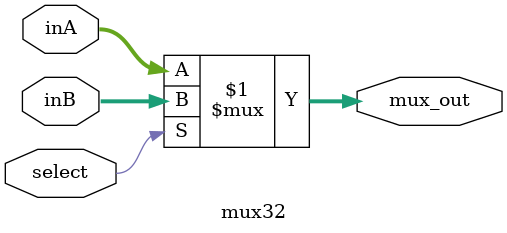
<source format=v>
module mux32(select,inA,inB,mux_out);
    input wire select;
    input wire [31:0] inA, inB;
    output wire [31:0] mux_out;

    assign  mux_out = (select) ? inB : inA;

endmodule
</source>
